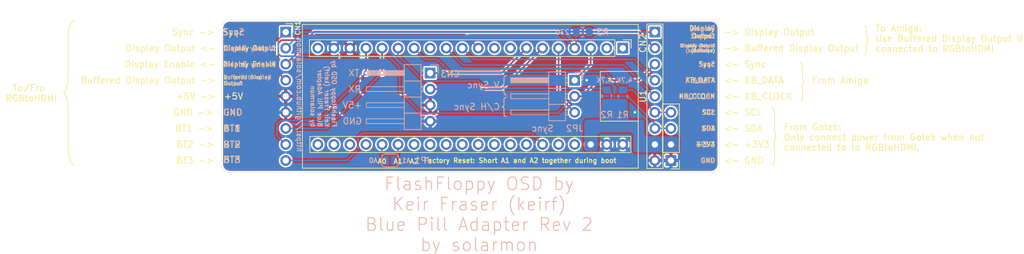
<source format=kicad_pcb>
(kicad_pcb (version 20171130) (host pcbnew "(5.1.9)-1")
  (layers (0 F.Cu signal) (31 B.Cu signal) (34 B.Paste user) (35 F.Paste user) (36 B.SilkS user) (37 F.SilkS user) (38 B.Mask user) (39 F.Mask user) (44 Edge.Cuts user))
  (net 0 "")
  (net 1 "Net-(U1-Pad1)")
  (net 2 "Net-(U1-Pad2)")
  (net 3 "Net-(U1-Pad37)")
  (net 4 "Net-(U1-Pad36)")
  (net 5 "Net-(U1-Pad34)")
  (net 6 "Net-(U1-Pad33)")
  (net 7 "Net-(U1-Pad8)")
  (net 8 "Net-(U1-Pad32)")
  (net 9 "Net-(U1-Pad9)")
  (net 10 "Net-(U1-Pad31)")
  (net 11 "Net-(U1-Pad30)")
  (net 12 "Net-(U1-Pad29)")
  (net 13 "Net-(U1-Pad28)")
  (net 14 "Net-(U1-Pad13)")
  (net 15 "Net-(U1-Pad24)")
  (net 16 "Net-(U1-Pad23)")
  (net 17 "Net-(U1-Pad22)")
  (net 18 "Net-(U1-Pad21)")
  (net 19 "Net-(U1-Pad20)")
  (net 20 GND)
  (net 21 +5V)
  (net 22 +3V3)
  (net 23 SCL)
  (net 24 SDA)
  (net 25 V_SYNC)
  (net 26 C_H_SYNC)
  (net 27 DISPLAY_ENABLE)
  (net 28 KB_DATA)
  (net 29 KB_CLOCK)
  (net 30 A1)
  (net 31 A0)
  (net 32 DISPLAY_OUTPUT_BUFFERED)
  (net 33 DISPLAY_OUTPUT)
  (net 34 TX)
  (net 35 RX)
  (net 36 SYNC)
  (net 37 "Net-(CN2-Pad1)")
  (net 38 BT3)
  (net 39 BT2)
  (net 40 BT1)
  (net 41 A2)
  (module Connector_PinSocket_2.54mm:PinSocket_1x09_P2.54mm_Horizontal (layer F.Cu) (at 116.84 91.44)
    (fp_text reference CN1 (at 1.905 -0.635 90) (layer F.SilkS) (effects (font (size 0.75 0.75))))
    (fp_text value Conn_01x09)
    (fp_line (start 1.11 -1.33) (end 1.11 0) (layer F.SilkS) (width 0.12))
    (fp_line (start 0 -1.33) (end 1.11 -1.33) (layer F.SilkS) (width 0.12))
    (pad 9 thru_hole oval (at 0 20.32) (size 1.7 1.7) (drill 1) (layers *.Cu *.Mask) (net 38 BT3))
    (pad 8 thru_hole oval (at 0 17.78) (size 1.7 1.7) (drill 1) (layers *.Cu *.Mask) (net 39 BT2))
    (pad 7 thru_hole oval (at 0 15.24) (size 1.7 1.7) (drill 1) (layers *.Cu *.Mask) (net 40 BT1))
    (pad 6 thru_hole oval (at 0 12.7) (size 1.7 1.7) (drill 1) (layers *.Cu *.Mask) (net 20 GND))
    (pad 5 thru_hole oval (at 0 10.16) (size 1.7 1.7) (drill 1) (layers *.Cu *.Mask) (net 21 +5V))
    (pad 4 thru_hole oval (at 0 7.62) (size 1.7 1.7) (drill 1) (layers *.Cu *.Mask) (net 32 DISPLAY_OUTPUT_BUFFERED))
    (pad 3 thru_hole oval (at 0 5.08) (size 1.7 1.7) (drill 1) (layers *.Cu *.Mask) (net 27 DISPLAY_ENABLE))
    (pad 2 thru_hole oval (at 0 2.54) (size 1.7 1.7) (drill 1) (layers *.Cu *.Mask) (net 33 DISPLAY_OUTPUT))
    (pad 1 thru_hole rect (at 0 0) (size 1.7 1.7) (drill 1) (layers *.Cu *.Mask) (net 36 SYNC))
  )
  (module Connector_PinHeader_2.54mm:PinHeader_1x04_P2.54mm_Vertical (layer F.Cu) (at 177.8 111.76 180)
    (fp_text reference CN4 hide)
    (fp_text value Conn_01x04 hide)
    (fp_line (start -1.33 8.95) (end 1.33 8.95) (layer F.SilkS) (width 0.12))
    (fp_line (start -1.33 1.27) (end -1.33 8.95) (layer F.SilkS) (width 0.12))
    (fp_line (start 1.33 1.27) (end 1.33 8.95) (layer F.SilkS) (width 0.12))
    (fp_line (start -1.33 1.27) (end 1.33 1.27) (layer F.SilkS) (width 0.12))
    (fp_line (start -1.33 0) (end -1.33 -1.33) (layer F.SilkS) (width 0.12))
    (fp_line (start -1.33 -1.33) (end 0 -1.33) (layer F.SilkS) (width 0.12))
    (pad 4 thru_hole oval (at 0 7.62 180) (size 1.7 1.7) (drill 1) (layers *.Cu *.Mask) (net 23 SCL))
    (pad 3 thru_hole oval (at 0 5.08 180) (size 1.7 1.7) (drill 1) (layers *.Cu *.Mask) (net 24 SDA))
    (pad 2 thru_hole oval (at 0 2.54 180) (size 1.7 1.7) (drill 1) (layers *.Cu *.Mask) (net 22 +3V3))
    (pad 1 thru_hole rect (at 0 0 180) (size 1.7 1.7) (drill 1) (layers *.Cu *.Mask) (net 20 GND))
  )
  (module Connector_PinHeader_2.54mm:PinHeader_1x09_P2.54mm_Horizontal (layer F.Cu) (at 175.26 91.44)
    (fp_text reference CN2 (at -1.905 1.778 90) (layer F.SilkS))
    (fp_text value Conn_01x09)
    (fp_line (start -1.27 -1.27) (end 1.27 -1.27) (layer F.SilkS) (width 0.12))
    (fp_line (start -1.27 21.59) (end -1.27 -1.27) (layer F.SilkS) (width 0.12))
    (fp_line (start 1.27 21.59) (end 1.27 -1.27) (layer F.SilkS) (width 0.12))
    (fp_line (start -1.27 21.59) (end 1.27 21.59) (layer F.SilkS) (width 0.12))
    (pad 9 thru_hole oval (at 0 20.32) (size 1.7 1.7) (drill 1) (layers *.Cu *.Mask) (net 20 GND))
    (pad 8 thru_hole oval (at 0 17.78) (size 1.7 1.7) (drill 1) (layers *.Cu *.Mask) (net 22 +3V3))
    (pad 7 thru_hole oval (at 0 15.24) (size 1.7 1.7) (drill 1) (layers *.Cu *.Mask) (net 24 SDA))
    (pad 6 thru_hole oval (at 0 12.7) (size 1.7 1.7) (drill 1) (layers *.Cu *.Mask) (net 23 SCL))
    (pad 5 thru_hole oval (at 0 10.16) (size 1.7 1.7) (drill 1) (layers *.Cu *.Mask) (net 29 KB_CLOCK))
    (pad 4 thru_hole oval (at 0 7.62) (size 1.7 1.7) (drill 1) (layers *.Cu *.Mask) (net 28 KB_DATA))
    (pad 3 thru_hole oval (at 0 5.08) (size 1.7 1.7) (drill 1) (layers *.Cu *.Mask) (net 36 SYNC))
    (pad 2 thru_hole oval (at 0 2.54) (size 1.7 1.7) (drill 1) (layers *.Cu *.Mask) (net 32 DISPLAY_OUTPUT_BUFFERED))
    (pad 1 thru_hole rect (at 0 0) (size 1.7 1.7) (drill 1) (layers *.Cu *.Mask) (net 37 "Net-(CN2-Pad1)"))
  )
  (module Connector_PinHeader_2.54mm:PinHeader_1x04_P2.54mm_Horizontal (layer B.Cu) (at 139.7 97.917 180)
    (fp_text reference CN3 (at -3.175 -0.127) (layer B.SilkS) (effects (justify mirror)))
    (fp_text value Conn_01x04)
    (fp_line (start -1.27 1.27) (end 0 1.27) (layer B.SilkS) (width 0.12))
    (fp_line (start -1.27 0) (end -1.27 1.27) (layer B.SilkS) (width 0.12))
    (fp_line (start 1.042929 -8) (end 1.44 -8) (layer B.SilkS) (width 0.12))
    (fp_line (start 1.042929 -7.24) (end 1.44 -7.24) (layer B.SilkS) (width 0.12))
    (fp_line (start 10.1 -8) (end 4.1 -8) (layer B.SilkS) (width 0.12))
    (fp_line (start 10.1 -7.24) (end 10.1 -8) (layer B.SilkS) (width 0.12))
    (fp_line (start 4.1 -7.24) (end 10.1 -7.24) (layer B.SilkS) (width 0.12))
    (fp_line (start 1.44 -6.35) (end 4.1 -6.35) (layer B.SilkS) (width 0.12))
    (fp_line (start 1.042929 -5.46) (end 1.44 -5.46) (layer B.SilkS) (width 0.12))
    (fp_line (start 1.042929 -4.7) (end 1.44 -4.7) (layer B.SilkS) (width 0.12))
    (fp_line (start 10.1 -5.46) (end 4.1 -5.46) (layer B.SilkS) (width 0.12))
    (fp_line (start 10.1 -4.7) (end 10.1 -5.46) (layer B.SilkS) (width 0.12))
    (fp_line (start 4.1 -4.7) (end 10.1 -4.7) (layer B.SilkS) (width 0.12))
    (fp_line (start 1.44 -3.81) (end 4.1 -3.81) (layer B.SilkS) (width 0.12))
    (fp_line (start 1.042929 -2.92) (end 1.44 -2.92) (layer B.SilkS) (width 0.12))
    (fp_line (start 1.042929 -2.16) (end 1.44 -2.16) (layer B.SilkS) (width 0.12))
    (fp_line (start 10.1 -2.92) (end 4.1 -2.92) (layer B.SilkS) (width 0.12))
    (fp_line (start 10.1 -2.16) (end 10.1 -2.92) (layer B.SilkS) (width 0.12))
    (fp_line (start 4.1 -2.16) (end 10.1 -2.16) (layer B.SilkS) (width 0.12))
    (fp_line (start 1.44 -1.27) (end 4.1 -1.27) (layer B.SilkS) (width 0.12))
    (fp_line (start 1.11 -0.38) (end 1.44 -0.38) (layer B.SilkS) (width 0.12))
    (fp_line (start 1.11 0.38) (end 1.44 0.38) (layer B.SilkS) (width 0.12))
    (fp_line (start 4.1 -0.28) (end 10.1 -0.28) (layer B.SilkS) (width 0.12))
    (fp_line (start 4.1 -0.16) (end 10.1 -0.16) (layer B.SilkS) (width 0.12))
    (fp_line (start 4.1 -0.04) (end 10.1 -0.04) (layer B.SilkS) (width 0.12))
    (fp_line (start 4.1 0.08) (end 10.1 0.08) (layer B.SilkS) (width 0.12))
    (fp_line (start 4.1 0.2) (end 10.1 0.2) (layer B.SilkS) (width 0.12))
    (fp_line (start 4.1 0.32) (end 10.1 0.32) (layer B.SilkS) (width 0.12))
    (fp_line (start 10.1 -0.38) (end 4.1 -0.38) (layer B.SilkS) (width 0.12))
    (fp_line (start 10.1 0.38) (end 10.1 -0.38) (layer B.SilkS) (width 0.12))
    (fp_line (start 4.1 0.38) (end 10.1 0.38) (layer B.SilkS) (width 0.12))
    (fp_line (start 4.1 1.33) (end 1.44 1.33) (layer B.SilkS) (width 0.12))
    (fp_line (start 4.1 -8.95) (end 4.1 1.33) (layer B.SilkS) (width 0.12))
    (fp_line (start 1.44 -8.95) (end 4.1 -8.95) (layer B.SilkS) (width 0.12))
    (fp_line (start 1.44 1.33) (end 1.44 -8.95) (layer B.SilkS) (width 0.12))
    (pad 4 thru_hole oval (at 0 -7.62 180) (size 1.7 1.7) (drill 1) (layers *.Cu *.Mask) (net 20 GND))
    (pad 3 thru_hole oval (at 0 -5.08 180) (size 1.7 1.7) (drill 1) (layers *.Cu *.Mask) (net 21 +5V))
    (pad 2 thru_hole oval (at 0 -2.54 180) (size 1.7 1.7) (drill 1) (layers *.Cu *.Mask) (net 34 TX))
    (pad 1 thru_hole rect (at 0 0 180) (size 1.7 1.7) (drill 1) (layers *.Cu *.Mask) (net 35 RX))
  )
  (module Jumper:SolderJumper-2_P1.3mm_Open_RoundedPad1.0x1.5mm (layer B.Cu) (at 133.35 111.76)
    (fp_text reference JP1 (at 5.207 0) (layer B.SilkS) (effects (justify mirror)))
    (fp_text value Conn_01x02)
    (fp_line (start -0.7 1) (end 0.7 1) (layer B.SilkS) (width 0.12))
    (fp_line (start 1.4 0.3) (end 1.4 -0.3) (layer B.SilkS) (width 0.12))
    (fp_line (start 0.7 -1) (end -0.7 -1) (layer B.SilkS) (width 0.12))
    (fp_line (start -1.4 -0.3) (end -1.4 0.3) (layer B.SilkS) (width 0.12))
    (fp_arc (start -0.7 0.3) (end -0.7 1) (angle 90) (layer B.SilkS) (width 0.12))
    (fp_arc (start -0.7 -0.3) (end -1.4 -0.3) (angle 90) (layer B.SilkS) (width 0.12))
    (fp_arc (start 0.7 -0.3) (end 0.7 -1) (angle 90) (layer B.SilkS) (width 0.12))
    (fp_arc (start 0.7 0.3) (end 1.4 0.3) (angle 90) (layer B.SilkS) (width 0.12))
    (pad 2 smd custom (at 0.65 0) (size 1 0.5) (layers B.Cu B.Mask) (net 30 A1) (options (clearance outline) (anchor rect)) (primitives (gr_circle (center 0 -0.25) (end 0.5 -0.25) (width 0)) (gr_circle (center 0 0.25) (end 0.5 0.25) (width 0)) (gr_poly (pts (xy 0 0.75) (xy -0.5 0.75) (xy -0.5 -0.75) (xy 0 -0.75)) (width 0))))
    (pad 1 smd custom (at -0.65 0) (size 1 0.5) (layers B.Cu B.Mask) (net 31 A0) (options (clearance outline) (anchor rect)) (primitives (gr_circle (center 0 -0.25) (end 0.5 -0.25) (width 0)) (gr_circle (center 0 0.25) (end 0.5 0.25) (width 0)) (gr_poly (pts (xy 0 0.75) (xy 0.5 0.75) (xy 0.5 -0.75) (xy 0 -0.75)) (width 0))))
  )
  (module Connector_PinHeader_2.54mm:PinHeader_1x03_P2.54mm_Horizontal (layer B.Cu) (at 162.56 99.06 180)
    (fp_text reference JP2 (at 0 -7.62) (layer B.SilkS) (effects (justify mirror)))
    (fp_text value Conn_01x03)
    (fp_line (start -1.27 1.27) (end 0 1.27) (layer B.SilkS) (width 0.12))
    (fp_line (start -1.27 0) (end -1.27 1.27) (layer B.SilkS) (width 0.12))
    (fp_line (start 1.042929 -5.46) (end 1.44 -5.46) (layer B.SilkS) (width 0.12))
    (fp_line (start 1.042929 -4.7) (end 1.44 -4.7) (layer B.SilkS) (width 0.12))
    (fp_line (start 10.1 -5.46) (end 4.1 -5.46) (layer B.SilkS) (width 0.12))
    (fp_line (start 10.1 -4.7) (end 10.1 -5.46) (layer B.SilkS) (width 0.12))
    (fp_line (start 4.1 -4.7) (end 10.1 -4.7) (layer B.SilkS) (width 0.12))
    (fp_line (start 1.44 -3.81) (end 4.1 -3.81) (layer B.SilkS) (width 0.12))
    (fp_line (start 1.042929 -2.92) (end 1.44 -2.92) (layer B.SilkS) (width 0.12))
    (fp_line (start 1.042929 -2.16) (end 1.44 -2.16) (layer B.SilkS) (width 0.12))
    (fp_line (start 10.1 -2.92) (end 4.1 -2.92) (layer B.SilkS) (width 0.12))
    (fp_line (start 10.1 -2.16) (end 10.1 -2.92) (layer B.SilkS) (width 0.12))
    (fp_line (start 4.1 -2.16) (end 10.1 -2.16) (layer B.SilkS) (width 0.12))
    (fp_line (start 1.44 -1.27) (end 4.1 -1.27) (layer B.SilkS) (width 0.12))
    (fp_line (start 1.11 -0.38) (end 1.44 -0.38) (layer B.SilkS) (width 0.12))
    (fp_line (start 1.11 0.38) (end 1.44 0.38) (layer B.SilkS) (width 0.12))
    (fp_line (start 4.1 -0.28) (end 10.1 -0.28) (layer B.SilkS) (width 0.12))
    (fp_line (start 4.1 -0.16) (end 10.1 -0.16) (layer B.SilkS) (width 0.12))
    (fp_line (start 4.1 -0.04) (end 10.1 -0.04) (layer B.SilkS) (width 0.12))
    (fp_line (start 4.1 0.08) (end 10.1 0.08) (layer B.SilkS) (width 0.12))
    (fp_line (start 4.1 0.2) (end 10.1 0.2) (layer B.SilkS) (width 0.12))
    (fp_line (start 4.1 0.32) (end 10.1 0.32) (layer B.SilkS) (width 0.12))
    (fp_line (start 10.1 -0.38) (end 4.1 -0.38) (layer B.SilkS) (width 0.12))
    (fp_line (start 10.1 0.38) (end 10.1 -0.38) (layer B.SilkS) (width 0.12))
    (fp_line (start 4.1 0.38) (end 10.1 0.38) (layer B.SilkS) (width 0.12))
    (fp_line (start 4.1 1.33) (end 1.44 1.33) (layer B.SilkS) (width 0.12))
    (fp_line (start 4.1 -6.41) (end 4.1 1.33) (layer B.SilkS) (width 0.12))
    (fp_line (start 1.44 -6.41) (end 4.1 -6.41) (layer B.SilkS) (width 0.12))
    (fp_line (start 1.44 1.33) (end 1.44 -6.41) (layer B.SilkS) (width 0.12))
    (pad 3 thru_hole oval (at 0 -5.08 180) (size 1.7 1.7) (drill 1) (layers *.Cu *.Mask) (net 26 C_H_SYNC))
    (pad 2 thru_hole oval (at 0 -2.54 180) (size 1.7 1.7) (drill 1) (layers *.Cu *.Mask) (net 36 SYNC))
    (pad 1 thru_hole rect (at 0 0 180) (size 1.7 1.7) (drill 1) (layers *.Cu *.Mask) (net 25 V_SYNC))
  )
  (module Resistor_SMD:R_0805_2012Metric_Pad1.15x1.40mm_HandSolder (layer B.Cu) (at 163.83 91.44)
    (fp_text reference R3 (at 3.175 0) (layer B.SilkS) (effects (justify mirror)))
    (fp_text value 270 (at -3.175 0) (layer B.SilkS) (effects (font (size 0.75 0.75)) (justify mirror)))
    (fp_line (start -0.261252 -0.71) (end 0.261252 -0.71) (layer B.SilkS) (width 0.12))
    (fp_line (start -0.261252 0.71) (end 0.261252 0.71) (layer B.SilkS) (width 0.12))
    (pad 2 smd roundrect (at 1.025 0) (size 1.15 1.4) (layers B.Cu B.Paste B.Mask) (roundrect_rratio 0.2173904347826087) (net 37 "Net-(CN2-Pad1)"))
    (pad 1 smd roundrect (at -1.025 0) (size 1.15 1.4) (layers B.Cu B.Paste B.Mask) (roundrect_rratio 0.2173904347826087) (net 33 DISPLAY_OUTPUT))
  )
  (module Kicad-STM32-master:YAAJ_BluePill_2 (layer F.Cu) (at 170.18 93.98 270)
    (fp_text reference U1 (at 7.62 -3.175 270) (layer F.SilkS))
    (fp_text value YAAJ_BluePill_Part_Like hide)
    (fp_line (start 11.557 3.556) (end 11.557 -2.413) (layer F.SilkS) (width 0.12))
    (fp_line (start 3.683 3.556) (end 11.557 3.556) (layer F.SilkS) (width 0.12))
    (fp_line (start 3.683 -2.413) (end 3.683 3.556) (layer F.SilkS) (width 0.12))
    (fp_line (start -1.33 -1.33) (end 0 -1.33) (layer F.SilkS) (width 0.12))
    (fp_line (start -1.33 0) (end -1.33 -1.33) (layer F.SilkS) (width 0.12))
    (fp_line (start 13.97 49.53) (end 13.97 -1.27) (layer F.SilkS) (width 0.12))
    (fp_line (start 16.51 49.53) (end 13.97 49.53) (layer F.SilkS) (width 0.12))
    (fp_line (start 16.51 -1.27) (end 16.51 49.53) (layer F.SilkS) (width 0.12))
    (fp_line (start 13.97 -1.27) (end 16.51 -1.27) (layer F.SilkS) (width 0.12))
    (fp_line (start -1.33 49.59) (end -1.33 1.27) (layer F.SilkS) (width 0.12))
    (fp_line (start 1.33 49.59) (end -1.33 49.59) (layer F.SilkS) (width 0.12))
    (fp_line (start 1.33 1.27) (end 1.33 49.59) (layer F.SilkS) (width 0.12))
    (fp_line (start -1.33 1.27) (end 1.33 1.27) (layer F.SilkS) (width 0.12))
    (fp_line (start -3.755 50.705) (end -3.755 -2.445) (layer F.SilkS) (width 0.12))
    (fp_line (start 18.995 50.705) (end -3.755 50.705) (layer F.SilkS) (width 0.12))
    (fp_line (start 18.995 -2.445) (end 18.995 50.705) (layer F.SilkS) (width 0.12))
    (fp_line (start -3.755 -2.445) (end 18.995 -2.445) (layer F.SilkS) (width 0.12))
    (pad 40 thru_hole circle (at 15.24 0 270) (size 1.7 1.7) (drill 1) (layers *.Cu *.Mask) (net 20 GND))
    (pad 1 thru_hole rect (at 0 0 270) (size 1.7 1.7) (drill 1) (layers *.Cu *.Mask) (net 1 "Net-(U1-Pad1)"))
    (pad 39 thru_hole circle (at 15.24 2.54 270) (size 1.7 1.7) (drill 1) (layers *.Cu *.Mask) (net 20 GND))
    (pad 2 thru_hole circle (at 0 2.54 270) (size 1.7 1.7) (drill 1) (layers *.Cu *.Mask) (net 2 "Net-(U1-Pad2)"))
    (pad 38 thru_hole circle (at 15.24 5.08 270) (size 1.7 1.7) (drill 1) (layers *.Cu *.Mask) (net 22 +3V3))
    (pad 3 thru_hole circle (at 0 5.08 270) (size 1.7 1.7) (drill 1) (layers *.Cu *.Mask) (net 25 V_SYNC))
    (pad 37 thru_hole circle (at 15.24 7.62 270) (size 1.7 1.7) (drill 1) (layers *.Cu *.Mask) (net 3 "Net-(U1-Pad37)"))
    (pad 4 thru_hole circle (at 0 7.62 270) (size 1.7 1.7) (drill 1) (layers *.Cu *.Mask) (net 33 DISPLAY_OUTPUT))
    (pad 36 thru_hole circle (at 15.24 10.16 270) (size 1.7 1.7) (drill 1) (layers *.Cu *.Mask) (net 4 "Net-(U1-Pad36)"))
    (pad 5 thru_hole circle (at 0 10.16 270) (size 1.7 1.7) (drill 1) (layers *.Cu *.Mask) (net 26 C_H_SYNC))
    (pad 35 thru_hole circle (at 15.24 12.7 270) (size 1.7 1.7) (drill 1) (layers *.Cu *.Mask) (net 38 BT3))
    (pad 6 thru_hole circle (at 0 12.7 270) (size 1.7 1.7) (drill 1) (layers *.Cu *.Mask) (net 34 TX))
    (pad 34 thru_hole circle (at 15.24 15.24 270) (size 1.7 1.7) (drill 1) (layers *.Cu *.Mask) (net 5 "Net-(U1-Pad34)"))
    (pad 7 thru_hole circle (at 0 15.24 270) (size 1.7 1.7) (drill 1) (layers *.Cu *.Mask) (net 35 RX))
    (pad 33 thru_hole circle (at 15.24 17.78 270) (size 1.7 1.7) (drill 1) (layers *.Cu *.Mask) (net 6 "Net-(U1-Pad33)"))
    (pad 8 thru_hole circle (at 0 17.78 270) (size 1.7 1.7) (drill 1) (layers *.Cu *.Mask) (net 7 "Net-(U1-Pad8)"))
    (pad 32 thru_hole circle (at 15.24 20.32 270) (size 1.7 1.7) (drill 1) (layers *.Cu *.Mask) (net 8 "Net-(U1-Pad32)"))
    (pad 9 thru_hole circle (at 0 20.32 270) (size 1.7 1.7) (drill 1) (layers *.Cu *.Mask) (net 9 "Net-(U1-Pad9)"))
    (pad 31 thru_hole circle (at 15.24 22.86 270) (size 1.7 1.7) (drill 1) (layers *.Cu *.Mask) (net 10 "Net-(U1-Pad31)"))
    (pad 10 thru_hole circle (at 0 22.86 270) (size 1.7 1.7) (drill 1) (layers *.Cu *.Mask) (net 27 DISPLAY_ENABLE))
    (pad 30 thru_hole circle (at 15.24 25.4 270) (size 1.7 1.7) (drill 1) (layers *.Cu *.Mask) (net 11 "Net-(U1-Pad30)"))
    (pad 11 thru_hole circle (at 0 25.4 270) (size 1.7 1.7) (drill 1) (layers *.Cu *.Mask) (net 28 KB_DATA))
    (pad 29 thru_hole circle (at 15.24 27.94 270) (size 1.7 1.7) (drill 1) (layers *.Cu *.Mask) (net 12 "Net-(U1-Pad29)"))
    (pad 12 thru_hole circle (at 0 27.94 270) (size 1.7 1.7) (drill 1) (layers *.Cu *.Mask) (net 29 KB_CLOCK))
    (pad 28 thru_hole circle (at 15.24 30.48 270) (size 1.7 1.7) (drill 1) (layers *.Cu *.Mask) (net 13 "Net-(U1-Pad28)"))
    (pad 13 thru_hole circle (at 0 30.48 270) (size 1.7 1.7) (drill 1) (layers *.Cu *.Mask) (net 14 "Net-(U1-Pad13)"))
    (pad 27 thru_hole circle (at 15.24 33.02 270) (size 1.7 1.7) (drill 1) (layers *.Cu *.Mask) (net 41 A2))
    (pad 14 thru_hole circle (at 0 33.02 270) (size 1.7 1.7) (drill 1) (layers *.Cu *.Mask) (net 23 SCL))
    (pad 26 thru_hole circle (at 15.24 35.56 270) (size 1.7 1.7) (drill 1) (layers *.Cu *.Mask) (net 30 A1))
    (pad 15 thru_hole circle (at 0 35.56 270) (size 1.7 1.7) (drill 1) (layers *.Cu *.Mask) (net 24 SDA))
    (pad 25 thru_hole circle (at 15.24 38.1 270) (size 1.7 1.7) (drill 1) (layers *.Cu *.Mask) (net 31 A0))
    (pad 16 thru_hole circle (at 0 38.1 270) (size 1.7 1.7) (drill 1) (layers *.Cu *.Mask) (net 40 BT1))
    (pad 24 thru_hole circle (at 15.24 40.64 270) (size 1.7 1.7) (drill 1) (layers *.Cu *.Mask) (net 15 "Net-(U1-Pad24)"))
    (pad 17 thru_hole circle (at 0 40.64 270) (size 1.7 1.7) (drill 1) (layers *.Cu *.Mask) (net 39 BT2))
    (pad 23 thru_hole circle (at 15.24 43.18 270) (size 1.7 1.7) (drill 1) (layers *.Cu *.Mask) (net 16 "Net-(U1-Pad23)"))
    (pad 18 thru_hole circle (at 0 43.18 270) (size 1.7 1.7) (drill 1) (layers *.Cu *.Mask) (net 21 +5V))
    (pad 22 thru_hole circle (at 15.24 45.72 270) (size 1.7 1.7) (drill 1) (layers *.Cu *.Mask) (net 17 "Net-(U1-Pad22)"))
    (pad 19 thru_hole circle (at 0 45.72 270) (size 1.7 1.7) (drill 1) (layers *.Cu *.Mask) (net 20 GND))
    (pad 21 thru_hole circle (at 15.24 48.26 270) (size 1.7 1.7) (drill 1) (layers *.Cu *.Mask) (net 18 "Net-(U1-Pad21)"))
    (pad 20 thru_hole circle (at 0 48.26 270) (size 1.7 1.7) (drill 1) (layers *.Cu *.Mask) (net 19 "Net-(U1-Pad20)"))
  )
  (module Resistor_SMD:R_0805_2012Metric_Pad1.15x1.40mm_HandSolder (layer B.Cu) (at 167.64 101.6 270)
    (fp_text reference R2 (at 2.921 0 180) (layer B.SilkS) (effects (justify mirror)))
    (fp_text value 4.7K (at -2.54 0.381 180) (layer B.SilkS) (effects (font (size 0.75 0.75)) (justify mirror)))
    (fp_line (start -0.261252 0.71) (end 0.261252 0.71) (layer B.SilkS) (width 0.12))
    (fp_line (start -0.261252 -0.71) (end 0.261252 -0.71) (layer B.SilkS) (width 0.12))
    (pad 2 smd roundrect (at 1.025 0 270) (size 1.15 1.4) (layers B.Cu B.Paste B.Mask) (roundrect_rratio 0.2173904347826087) (net 22 +3V3))
    (pad 1 smd roundrect (at -1.025 0 270) (size 1.15 1.4) (layers B.Cu B.Paste B.Mask) (roundrect_rratio 0.2173904347826087) (net 24 SDA))
  )
  (module Resistor_SMD:R_0805_2012Metric_Pad1.15x1.40mm_HandSolder (layer B.Cu) (at 170.18 101.6 270)
    (fp_text reference R1 (at 2.921 0 180) (layer B.SilkS) (effects (justify mirror)))
    (fp_text value 4.7K (at -2.54 -0.254 180) (layer B.SilkS) (effects (font (size 0.75 0.75)) (justify mirror)))
    (fp_line (start -0.261252 0.71) (end 0.261252 0.71) (layer B.SilkS) (width 0.12))
    (fp_line (start -0.261252 -0.71) (end 0.261252 -0.71) (layer B.SilkS) (width 0.12))
    (pad 2 smd roundrect (at 1.025 0 270) (size 1.15 1.4) (layers B.Cu B.Paste B.Mask) (roundrect_rratio 0.2173904347826087) (net 22 +3V3))
    (pad 1 smd roundrect (at -1.025 0 270) (size 1.15 1.4) (layers B.Cu B.Paste B.Mask) (roundrect_rratio 0.2173904347826087) (net 23 SCL))
  )
  (gr_text "Factory Reset: Short A1 and A2 together during boot" (at 153.924 111.76) (layer F.SilkS) (effects (font (size 0.75 0.75))))
  (gr_text A2 (at 137.16 111.887) (layer F.SilkS) (effects (font (size 0.75 0.75))))
  (gr_text A0 (at 132.08 111.887) (layer F.SilkS) (effects (font (size 0.75 0.75))))
  (gr_text A1 (at 134.62 111.887) (layer F.SilkS) (effects (font (size 0.75 0.75))))
  (gr_text BT3 (at 108.331 111.633) (layer F.SilkS) (effects (font (size 1 1))))
  (gr_text BT2 (at 108.331 109.22) (layer F.SilkS) (effects (font (size 1 1))))
  (gr_text BT1 (at 108.331 106.68) (layer F.SilkS) (effects (font (size 1 1))))
  (gr_text GND (at 108.458 104.14) (layer F.SilkS) (effects (font (size 1 1))))
  (gr_text "Buffered Display\nOutput" (at 106.934 99.06) (layer F.SilkS) (effects (font (size 0.6 0.6) (thickness 0.1)) (justify left)))
  (gr_text "Display Enable" (at 111.125 96.52) (layer F.SilkS) (effects (font (size 0.75 0.75))))
  (gr_text "Display Output" (at 111.125 93.98) (layer F.SilkS) (effects (font (size 0.75 0.75))))
  (gr_text Sync (at 108.585 91.44) (layer F.SilkS) (effects (font (size 1 1))))
  (gr_text BT3 (at 108.331 111.633) (layer B.SilkS) (effects (font (size 1 1)) (justify mirror)))
  (gr_text BT2 (at 108.331 109.22) (layer B.SilkS) (effects (font (size 1 1)) (justify mirror)))
  (gr_text BT1 (at 108.331 106.68) (layer B.SilkS) (effects (font (size 1 1)) (justify mirror)))
  (gr_text GND (at 108.458 104.14) (layer B.SilkS) (effects (font (size 1 1)) (justify mirror)))
  (gr_text +5V (at 108.585 101.6) (layer F.SilkS) (effects (font (size 1 1))))
  (gr_text "Buffered Display\nOutput" (at 107.061 99.06) (layer B.SilkS) (effects (font (size 0.6 0.6) (thickness 0.1)) (justify right mirror)))
  (gr_text "Display Enable" (at 111.125 96.52) (layer B.SilkS) (effects (font (size 0.75 0.75)) (justify mirror)))
  (gr_text "Display Output" (at 111.125 93.98) (layer B.SilkS) (effects (font (size 0.75 0.75)) (justify mirror)))
  (gr_text Sync (at 108.585 91.44) (layer B.SilkS) (effects (font (size 1 1)) (justify mirror)))
  (gr_text "Display\nOutput" (at 182.767 91.44) (layer B.SilkS) (effects (font (size 0.75 0.75)) (justify mirror)))
  (gr_text "Display Output\n(Buffered)" (at 182.035452 93.98) (layer B.SilkS) (effects (font (size 0.5 0.5) (thickness 0.125)) (justify mirror)))
  (gr_text Sync (at 183.481285 96.52) (layer B.SilkS) (effects (font (size 0.75 0.75)) (justify mirror)))
  (gr_text KB_DATA (at 182.445571 99.06) (layer B.SilkS) (effects (font (size 0.75 0.75)) (justify mirror)))
  (gr_text KB_CLOCK (at 181.927714 101.6) (layer B.SilkS) (effects (font (size 0.75 0.75)) (justify mirror)))
  (gr_text SCL (at 183.749142 104.14) (layer B.SilkS) (effects (font (size 0.75 0.75)) (justify mirror)))
  (gr_text SDA (at 183.731285 106.68) (layer B.SilkS) (effects (font (size 0.75 0.75)) (justify mirror)))
  (gr_text +3V3 (at 183.284857 109.22) (layer B.SilkS) (effects (font (size 0.75 0.75)) (justify mirror)))
  (gr_text GND (at 183.642 111.76) (layer B.SilkS) (effects (font (size 0.75 0.75)) (justify mirror)))
  (gr_text "BT3 ->" (at 102.489 111.76) (layer F.SilkS) (effects (font (size 1 1))))
  (gr_text "BT2 ->" (at 102.489 109.22) (layer F.SilkS) (effects (font (size 1 1))))
  (gr_text "BT1 ->" (at 102.362 106.68) (layer F.SilkS) (effects (font (size 1 1))))
  (gr_text https://github.com/solarmon (at 118.999 110.49 -90) (layer B.SilkS) (effects (font (size 0.8 0.8)) (justify left mirror)))
  (gr_text GND (at 183.642 111.76) (layer F.SilkS) (effects (font (size 0.75 0.75))))
  (gr_text +3V3 (at 183.284857 109.22) (layer F.SilkS) (effects (font (size 0.75 0.75))))
  (gr_text SDA (at 183.731285 106.68) (layer F.SilkS) (effects (font (size 0.75 0.75))))
  (gr_text SCL (at 183.749142 104.14) (layer F.SilkS) (effects (font (size 0.75 0.75))))
  (gr_text KB_CLOCK (at 181.927714 101.6) (layer F.SilkS) (effects (font (size 0.75 0.75))))
  (gr_text KB_DATA (at 182.445571 99.06) (layer F.SilkS) (effects (font (size 0.75 0.75))))
  (gr_text Sync (at 183.481285 96.52) (layer F.SilkS) (effects (font (size 0.75 0.75))))
  (gr_text "Display Output\n(Buffered)" (at 184.859857 93.98) (layer F.SilkS) (effects (font (size 0.5 0.5) (thickness 0.125)) (justify right)))
  (gr_text "Display\nOutput" (at 184.859857 91.44) (layer F.SilkS) (effects (font (size 0.75 0.75)) (justify right)))
  (gr_text "From Amiga" (at 200.025 99.06) (layer F.SilkS) (effects (font (size 1 1)) (justify left)))
  (gr_text } (at 198.628 99.06) (layer F.SilkS) (effects (font (size 4 2))))
  (gr_text } (at 151.384 103.124) (layer B.SilkS) (effects (font (size 2 2)) (justify mirror)))
  (gr_text } (at 151.384 99.695) (layer B.SilkS) (effects (font (size 2 2)) (justify mirror)))
  (gr_text "FlashFloppy OSD by\nKeir Fraser (keirf)\nBlue Pill Adapter\nby solarmon" (at 122.809 106.553 -90) (layer B.SilkS) (effects (font (size 0.7 0.7)) (justify left mirror)))
  (gr_arc (start 184.15 112.395) (end 184.15 113.665) (angle -90) (layer Edge.Cuts) (width 0.05))
  (gr_arc (start 184.15 90.805) (end 185.42 90.805) (angle -90) (layer Edge.Cuts) (width 0.05))
  (gr_arc (start 107.95 90.805) (end 107.95 89.535) (angle -90) (layer Edge.Cuts) (width 0.05))
  (gr_arc (start 107.95 112.395) (end 106.68 112.395) (angle -90) (layer Edge.Cuts) (width 0.05))
  (gr_text "FlashFloppy OSD by\nKeir Fraser (keirf)\nBlue Pill Adapter Rev 2\nby solarmon" (at 147.447 120.269) (layer B.SilkS) (effects (font (size 2 2))))
  (gr_text GND (at 127.381 105.537) (layer B.SilkS) (effects (font (size 1 1)) (justify mirror)))
  (gr_text +5V (at 127.381 102.997) (layer B.SilkS) (effects (font (size 1 1)) (justify mirror)))
  (gr_text "To Amiga:\nUse Buffered Display Output if\nconnected to RGBtoHDMI " (at 210.058 92.456) (layer F.SilkS) (effects (font (size 1 1)) (justify left)))
  (gr_text } (at 208.788 92.456) (layer F.SilkS) (effects (font (size 3 2))))
  (gr_text } (at 82.423 102.235 180) (layer F.SilkS) (effects (font (size 15 5))))
  (gr_text "Buffered Display Output ->" (at 95.084524 99.06) (layer F.SilkS) (effects (font (size 1 1))))
  (gr_text "Display Enable <-" (at 98.560715 96.52) (layer F.SilkS) (effects (font (size 1 1))))
  (gr_text "Display Output <-" (at 98.608334 93.98) (layer F.SilkS) (effects (font (size 1 1))))
  (gr_text "GND ->" (at 102.227381 104.14) (layer F.SilkS) (effects (font (size 1 1))))
  (gr_text "+5V ->" (at 102.608334 101.6) (layer F.SilkS) (effects (font (size 1 1))))
  (gr_text "<- GND" (at 189.32619 111.76) (layer F.SilkS) (effects (font (size 1 1))))
  (gr_text "<- +3V3" (at 189.80238 109.22) (layer F.SilkS) (effects (font (size 1 1))))
  (gr_text "-> Buffered Display Output" (at 196.849999 93.98) (layer F.SilkS) (effects (font (size 1 1))))
  (gr_text "-> Display Output" (at 193.32619 91.44) (layer F.SilkS) (effects (font (size 1 1))))
  (gr_text "<- KB_DATA" (at 190.921428 99.06) (layer F.SilkS) (effects (font (size 1 1))))
  (gr_text "<- KB_CLOCK" (at 191.611904 101.6) (layer F.SilkS) (effects (font (size 1 1))))
  (gr_text "<- SCL" (at 189.183333 104.14) (layer F.SilkS) (effects (font (size 1 1))))
  (gr_text "<- SDA" (at 189.207142 106.68) (layer F.SilkS) (effects (font (size 1 1))))
  (gr_text } (at 194.183 107.442) (layer F.SilkS) (effects (font (size 6 2))))
  (gr_text "<- Sync" (at 189.540476 96.52) (layer F.SilkS) (effects (font (size 1 1))))
  (gr_text "V Sync" (at 148.082 99.822) (layer B.SilkS) (effects (font (size 1 1)) (justify mirror)))
  (gr_text "C/H Sync" (at 147.066 103.251) (layer B.SilkS) (effects (font (size 1 1)) (justify mirror)))
  (gr_text Sync (at 157.48 106.68) (layer B.SilkS) (effects (font (size 1 1)) (justify mirror)))
  (gr_text TX (at 127.635 97.917) (layer B.SilkS) (effects (font (size 1 1)) (justify mirror)))
  (gr_text RX (at 127.762 100.457) (layer B.SilkS) (effects (font (size 1 1)) (justify mirror)))
  (gr_text A1 (at 135.89 111.76) (layer B.SilkS) (effects (font (size 0.75 0.75)) (justify mirror)))
  (gr_text A0 (at 130.683 111.76) (layer B.SilkS) (effects (font (size 0.75 0.75)) (justify mirror)))
  (gr_text "Sync ->" (at 102.235 91.44) (layer F.SilkS) (effects (font (size 1 1))))
  (gr_text "From Gotek:\nOnly connect power from Gotek when not\nconnected to to RGBtoHDMI." (at 195.58 108.077) (layer F.SilkS) (effects (font (size 1 1)) (justify left)))
  (gr_text "To/Fro\n RGBtoHDMI" (at 76.2 101.092) (layer F.SilkS) (effects (font (size 1 1))))
  (gr_line (start 106.68 112.395) (end 106.68 90.805) (layer Edge.Cuts) (width 0.05))
  (gr_line (start 184.15 113.665) (end 107.95 113.665) (layer Edge.Cuts) (width 0.05))
  (gr_line (start 185.42 90.805) (end 185.42 112.395) (layer Edge.Cuts) (width 0.05))
  (gr_line (start 107.95 89.535) (end 184.15 89.535) (layer Edge.Cuts) (width 0.05))
  (via (at 172.085 104.14) (size 0.8) (drill 0.4) (layers F.Cu B.Cu) (net 20))
  (via (at 164.465 99.06) (size 0.8) (drill 0.4) (layers F.Cu B.Cu) (net 20))
  (segment (start 171.695 100.575) (end 175.26 104.14) (width 0.25) (layer B.Cu) (net 23))
  (segment (start 170.18 100.575) (end 171.695 100.575) (width 0.25) (layer B.Cu) (net 23))
  (segment (start 167.395 97.79) (end 170.18 100.575) (width 0.25) (layer B.Cu) (net 23))
  (segment (start 142.875 97.79) (end 167.395 97.79) (width 0.25) (layer B.Cu) (net 23))
  (segment (start 140.843 95.758) (end 142.875 97.79) (width 0.25) (layer B.Cu) (net 23))
  (segment (start 138.938 95.758) (end 140.843 95.758) (width 0.25) (layer B.Cu) (net 23))
  (segment (start 137.16 93.98) (end 138.938 95.758) (width 0.25) (layer B.Cu) (net 23))
  (segment (start 175.26 104.14) (end 177.8 104.14) (width 0.25) (layer B.Cu) (net 23))
  (segment (start 175.26 105.918) (end 175.26 106.68) (width 0.25) (layer B.Cu) (net 24))
  (segment (start 170.942 101.6) (end 175.26 105.918) (width 0.25) (layer B.Cu) (net 24))
  (segment (start 168.665 101.6) (end 170.942 101.6) (width 0.25) (layer B.Cu) (net 24))
  (segment (start 167.64 100.575) (end 168.665 101.6) (width 0.25) (layer B.Cu) (net 24))
  (segment (start 167.395 100.33) (end 167.64 100.575) (width 0.25) (layer B.Cu) (net 24))
  (segment (start 148.463 100.33) (end 167.395 100.33) (width 0.25) (layer B.Cu) (net 24))
  (segment (start 138.684998 99.187) (end 147.32 99.187) (width 0.25) (layer B.Cu) (net 24))
  (segment (start 147.32 99.187) (end 148.463 100.33) (width 0.25) (layer B.Cu) (net 24))
  (segment (start 134.62 95.122002) (end 138.684998 99.187) (width 0.25) (layer B.Cu) (net 24))
  (segment (start 134.62 93.98) (end 134.62 95.122002) (width 0.25) (layer B.Cu) (net 24))
  (segment (start 175.26 106.68) (end 177.8 106.68) (width 0.25) (layer B.Cu) (net 24))
  (segment (start 165.1 96.52) (end 162.56 99.06) (width 0.25) (layer F.Cu) (net 25))
  (segment (start 165.1 93.98) (end 165.1 96.52) (width 0.25) (layer F.Cu) (net 25))
  (segment (start 160.02 101.6) (end 162.56 104.14) (width 0.25) (layer F.Cu) (net 26))
  (segment (start 160.02 93.98) (end 160.02 101.6) (width 0.25) (layer F.Cu) (net 26))
  (segment (start 121.539 91.821) (end 116.84 96.52) (width 0.25) (layer F.Cu) (net 27))
  (segment (start 145.161 91.821) (end 121.539 91.821) (width 0.25) (layer F.Cu) (net 27))
  (segment (start 147.32 93.98) (end 145.161 91.821) (width 0.25) (layer F.Cu) (net 27))
  (segment (start 171.958 95.758) (end 146.558 95.758) (width 0.25) (layer B.Cu) (net 28))
  (segment (start 146.558 95.758) (end 144.78 93.98) (width 0.25) (layer B.Cu) (net 28))
  (segment (start 175.26 99.06) (end 171.958 95.758) (width 0.25) (layer B.Cu) (net 28))
  (segment (start 144.907 96.647) (end 142.24 93.98) (width 0.25) (layer B.Cu) (net 29))
  (segment (start 170.307 96.647) (end 144.907 96.647) (width 0.25) (layer B.Cu) (net 29))
  (segment (start 175.26 101.6) (end 170.307 96.647) (width 0.25) (layer B.Cu) (net 29))
  (segment (start 134.62 111.14) (end 134 111.76) (width 0.25) (layer B.Cu) (net 30))
  (segment (start 134.62 109.22) (end 134.62 111.14) (width 0.25) (layer B.Cu) (net 30))
  (segment (start 132.08 111.14) (end 132.7 111.76) (width 0.25) (layer B.Cu) (net 31))
  (segment (start 132.08 109.22) (end 132.08 111.14) (width 0.25) (layer B.Cu) (net 31))
  (segment (start 115.664999 97.884999) (end 116.84 99.06) (width 0.25) (layer F.Cu) (net 32))
  (segment (start 115.664999 93.206) (end 115.664999 97.884999) (width 0.25) (layer F.Cu) (net 32))
  (segment (start 116.160999 92.71) (end 115.664999 93.206) (width 0.25) (layer F.Cu) (net 32))
  (segment (start 120.013589 92.71) (end 116.160999 92.71) (width 0.25) (layer F.Cu) (net 32))
  (segment (start 121.3526 91.370989) (end 120.013589 92.71) (width 0.25) (layer F.Cu) (net 32))
  (segment (start 172.650989 91.370989) (end 121.3526 91.370989) (width 0.25) (layer F.Cu) (net 32))
  (segment (start 175.26 93.98) (end 172.650989 91.370989) (width 0.25) (layer F.Cu) (net 32))
  (segment (start 162.805 93.735) (end 162.56 93.98) (width 0.25) (layer B.Cu) (net 33))
  (segment (start 162.805 91.44) (end 162.805 93.735) (width 0.25) (layer B.Cu) (net 33))
  (segment (start 117.689999 93.130001) (end 116.84 93.98) (width 0.25) (layer B.Cu) (net 33))
  (segment (start 119.38 91.44) (end 117.689999 93.130001) (width 0.25) (layer B.Cu) (net 33))
  (segment (start 160.02 91.44) (end 119.38 91.44) (width 0.25) (layer B.Cu) (net 33))
  (segment (start 162.56 93.98) (end 160.02 91.44) (width 0.25) (layer B.Cu) (net 33))
  (segment (start 151.003 100.457) (end 157.48 93.98) (width 0.25) (layer F.Cu) (net 34))
  (segment (start 139.7 100.457) (end 151.003 100.457) (width 0.25) (layer F.Cu) (net 34))
  (segment (start 151.003 97.917) (end 154.94 93.98) (width 0.25) (layer F.Cu) (net 35))
  (segment (start 139.7 97.917) (end 151.003 97.917) (width 0.25) (layer F.Cu) (net 35))
  (segment (start 172.72 99.06) (end 175.26 96.52) (width 0.25) (layer F.Cu) (net 36))
  (segment (start 166.243 99.06) (end 172.72 99.06) (width 0.25) (layer F.Cu) (net 36))
  (segment (start 163.703 101.6) (end 166.243 99.06) (width 0.25) (layer F.Cu) (net 36))
  (segment (start 162.56 101.6) (end 163.703 101.6) (width 0.25) (layer F.Cu) (net 36))
  (segment (start 134.874 100.838) (end 138.303 104.267) (width 0.25) (layer B.Cu) (net 36))
  (segment (start 134.874 97.028) (end 134.874 100.838) (width 0.25) (layer B.Cu) (net 36))
  (segment (start 159.893 104.267) (end 162.56 101.6) (width 0.25) (layer B.Cu) (net 36))
  (segment (start 133.096 95.25) (end 134.874 97.028) (width 0.25) (layer B.Cu) (net 36))
  (segment (start 138.303 104.267) (end 159.893 104.267) (width 0.25) (layer B.Cu) (net 36))
  (segment (start 116.078 95.25) (end 133.096 95.25) (width 0.25) (layer B.Cu) (net 36))
  (segment (start 115.664999 94.836999) (end 116.078 95.25) (width 0.25) (layer B.Cu) (net 36))
  (segment (start 115.664999 92.615001) (end 115.664999 94.836999) (width 0.25) (layer B.Cu) (net 36))
  (segment (start 116.84 91.44) (end 115.664999 92.615001) (width 0.25) (layer B.Cu) (net 36))
  (segment (start 164.855 91.44) (end 175.26 91.44) (width 0.25) (layer B.Cu) (net 37))
  (segment (start 155.702 107.442) (end 157.48 109.22) (width 0.25) (layer B.Cu) (net 38))
  (segment (start 128.905 107.442) (end 155.702 107.442) (width 0.25) (layer B.Cu) (net 38))
  (segment (start 128.27 108.077) (end 128.905 107.442) (width 0.25) (layer B.Cu) (net 38))
  (segment (start 128.27 109.982) (end 128.27 108.077) (width 0.25) (layer B.Cu) (net 38))
  (segment (start 126.492 111.76) (end 128.27 109.982) (width 0.25) (layer B.Cu) (net 38))
  (segment (start 116.84 111.76) (end 126.492 111.76) (width 0.25) (layer B.Cu) (net 38))
  (segment (start 116.078 105.41) (end 122.047 105.41) (width 0.25) (layer B.Cu) (net 39))
  (segment (start 115.443 106.045) (end 116.078 105.41) (width 0.25) (layer B.Cu) (net 39))
  (segment (start 115.443 107.823) (end 115.443 106.045) (width 0.25) (layer B.Cu) (net 39))
  (segment (start 122.047 105.41) (end 129.54 97.917) (width 0.25) (layer B.Cu) (net 39))
  (segment (start 116.84 109.22) (end 115.443 107.823) (width 0.25) (layer B.Cu) (net 39))
  (via (at 129.54 97.917) (size 0.8) (drill 0.4) (layers F.Cu B.Cu) (net 39))
  (segment (start 129.54 93.98) (end 129.54 97.917) (width 0.25) (layer F.Cu) (net 39))
  (via (at 132.08 97.917) (size 0.8) (drill 0.4) (layers F.Cu B.Cu) (net 40))
  (segment (start 132.08 93.98) (end 132.08 97.917) (width 0.25) (layer F.Cu) (net 40))
  (segment (start 116.84 106.68) (end 123.317 106.68) (width 0.25) (layer B.Cu) (net 40))
  (segment (start 123.317 106.68) (end 132.08 97.917) (width 0.25) (layer B.Cu) (net 40))
  (zone (net 20) (net_name GND) (layer F.Cu) (connect_pads (clearance 0.254)) (min_thickness 0.254) (fill yes (arc_segments 32) (thermal_gap 0.254) (thermal_bridge_width 0.508) (smoothing fillet) (radius 0.5))
    (polygon (pts (xy 190.5 116.84) (xy 104.14 116.84) (xy 104.14 87.63) (xy 190.5 87.63)))
  )
  (zone (net 20) (net_name GND) (layer B.Cu) (connect_pads (clearance 0.254)) (min_thickness 0.254) (fill yes (arc_segments 32) (thermal_gap 0.254) (thermal_bridge_width 0.508) (smoothing fillet) (radius 0.5))
    (polygon (pts (xy 193.04 118.11) (xy 101.6 118.11) (xy 101.6 86.36) (xy 193.04 86.36)))
  )
  (zone (net 21) (net_name +5V) (layer F.Cu) (priority 1) (connect_pads (clearance 0.254)) (min_thickness 0.254) (fill yes (arc_segments 32) (thermal_gap 0.254) (thermal_bridge_width 0.508) (smoothing fillet) (radius 0.5))
    (polygon (pts (xy 128.524 101.473) (xy 140.843 101.473) (xy 140.843 104.521) (xy 125.476 104.521) (xy 125.476 103.124) (xy 115.443 103.124) (xy 115.443 100.076) (xy 125.476 100.076) (xy 125.476 92.456) (xy 128.524 92.456)))
  )
  (zone (net 22) (net_name +3V3) (layer B.Cu) (priority 1) (connect_pads yes (clearance 0.254)) (min_thickness 0.254) (fill yes (arc_segments 32) (thermal_gap 0.254) (thermal_bridge_width 0.508) (smoothing fillet) (radius 0.5))
    (polygon (pts (xy 173.609 107.95) (xy 179.07 107.95) (xy 179.07 110.49) (xy 171.831 110.49) (xy 171.831 107.315) (xy 166.243 107.315) (xy 166.243 110.363) (xy 164.084 110.363) (xy 164.084 105.283) (xy 166.751 105.283) (xy 166.751 101.981) (xy 170.942 101.981) (xy 170.942 105.283) (xy 173.609 105.283)))
  )
)
</source>
